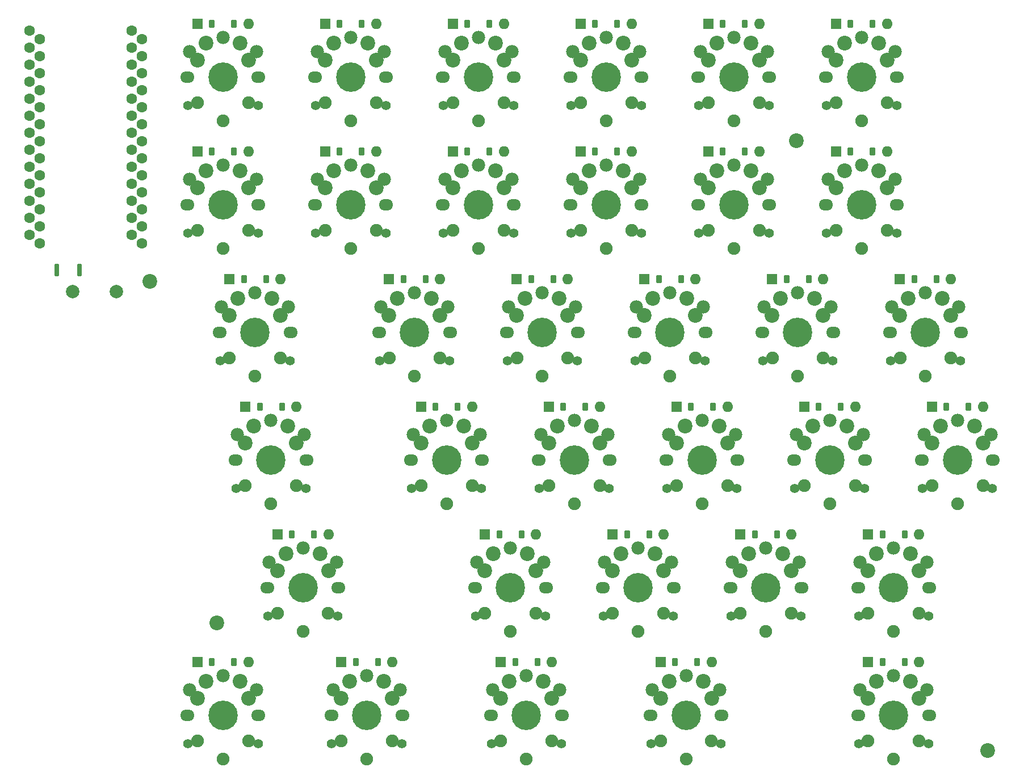
<source format=gbr>
%TF.GenerationSoftware,KiCad,Pcbnew,8.0.6*%
%TF.CreationDate,2025-05-11T12:33:19+09:00*%
%TF.ProjectId,65_split_left,36355f73-706c-4697-945f-6c6566742e6b,rev?*%
%TF.SameCoordinates,PX12f0318PYf8a778*%
%TF.FileFunction,Soldermask,Top*%
%TF.FilePolarity,Negative*%
%FSLAX46Y46*%
G04 Gerber Fmt 4.6, Leading zero omitted, Abs format (unit mm)*
G04 Created by KiCad (PCBNEW 8.0.6) date 2025-05-11 12:33:19*
%MOMM*%
%LPD*%
G01*
G04 APERTURE LIST*
G04 Aperture macros list*
%AMRoundRect*
0 Rectangle with rounded corners*
0 $1 Rounding radius*
0 $2 $3 $4 $5 $6 $7 $8 $9 X,Y pos of 4 corners*
0 Add a 4 corners polygon primitive as box body*
4,1,4,$2,$3,$4,$5,$6,$7,$8,$9,$2,$3,0*
0 Add four circle primitives for the rounded corners*
1,1,$1+$1,$2,$3*
1,1,$1+$1,$4,$5*
1,1,$1+$1,$6,$7*
1,1,$1+$1,$8,$9*
0 Add four rect primitives between the rounded corners*
20,1,$1+$1,$2,$3,$4,$5,0*
20,1,$1+$1,$4,$5,$6,$7,0*
20,1,$1+$1,$6,$7,$8,$9,0*
20,1,$1+$1,$8,$9,$2,$3,0*%
G04 Aperture macros list end*
%ADD10O,2.121800X1.701800*%
%ADD11C,4.400000*%
%ADD12C,2.200000*%
%ADD13C,1.970000*%
%ADD14C,1.900000*%
%ADD15R,1.600000X1.600000*%
%ADD16RoundRect,0.225000X-0.225000X-0.375000X0.225000X-0.375000X0.225000X0.375000X-0.225000X0.375000X0*%
%ADD17C,1.400000*%
%ADD18O,1.600000X1.600000*%
%ADD19C,2.000000*%
%ADD20C,1.600000*%
%ADD21RoundRect,0.170000X-0.170000X-0.780000X0.170000X-0.780000X0.170000X0.780000X-0.170000X0.780000X0*%
%ADD22C,0.700000*%
G04 APERTURE END LIST*
D10*
%TO.C,SW32*%
X72902750Y-104775000D03*
D11*
X78192750Y-104775000D03*
D10*
X83482750Y-104775000D03*
D12*
X75652750Y-99695000D03*
D13*
X78192750Y-98875000D03*
D14*
X78192750Y-111275000D03*
D12*
X80732750Y-99695000D03*
D15*
X74382750Y-96825000D03*
D16*
X76542750Y-96825000D03*
D17*
X72972750Y-108975000D03*
D13*
X73192750Y-100975000D03*
D12*
X74382750Y-102235000D03*
D14*
X74392750Y-108575000D03*
D16*
X79842750Y-96825000D03*
D14*
X81992750Y-108575000D03*
D18*
X82002750Y-96825000D03*
D12*
X82002750Y-102235000D03*
D13*
X83192750Y-100975000D03*
D17*
X83412750Y-108975000D03*
%TD*%
D10*
%TO.C,SW28*%
X108621500Y-85725000D03*
D11*
X113911500Y-85725000D03*
D10*
X119201500Y-85725000D03*
D12*
X111371500Y-80645000D03*
D13*
X113911500Y-79825000D03*
D14*
X113911500Y-92225000D03*
D12*
X116451500Y-80645000D03*
D15*
X110101500Y-77775000D03*
D16*
X112261500Y-77775000D03*
D17*
X108691500Y-89925000D03*
D13*
X108911500Y-81925000D03*
D12*
X110101500Y-83185000D03*
D14*
X110111500Y-89525000D03*
D16*
X115561500Y-77775000D03*
D14*
X117711500Y-89525000D03*
D18*
X117721500Y-77775000D03*
D12*
X117721500Y-83185000D03*
D13*
X118911500Y-81925000D03*
D17*
X119131500Y-89925000D03*
%TD*%
D10*
%TO.C,SW11*%
X103859000Y-28575000D03*
D11*
X109149000Y-28575000D03*
D10*
X114439000Y-28575000D03*
D12*
X106609000Y-23495000D03*
D13*
X109149000Y-22675000D03*
D14*
X109149000Y-35075000D03*
D12*
X111689000Y-23495000D03*
D15*
X105339000Y-20625000D03*
D16*
X107499000Y-20625000D03*
D17*
X103929000Y-32775000D03*
D13*
X104149000Y-24775000D03*
D12*
X105339000Y-26035000D03*
D14*
X105349000Y-32375000D03*
D16*
X110799000Y-20625000D03*
D14*
X112949000Y-32375000D03*
D18*
X112959000Y-20625000D03*
D12*
X112959000Y-26035000D03*
D13*
X114149000Y-24775000D03*
D17*
X114369000Y-32775000D03*
%TD*%
D10*
%TO.C,SW20*%
X60996500Y-66675000D03*
D11*
X66286500Y-66675000D03*
D10*
X71576500Y-66675000D03*
D12*
X63746500Y-61595000D03*
D13*
X66286500Y-60775000D03*
D14*
X66286500Y-73175000D03*
D12*
X68826500Y-61595000D03*
D15*
X62476500Y-58725000D03*
D16*
X64636500Y-58725000D03*
D17*
X61066500Y-70875000D03*
D13*
X61286500Y-62875000D03*
D12*
X62476500Y-64135000D03*
D14*
X62486500Y-70475000D03*
D16*
X67936500Y-58725000D03*
D14*
X70086500Y-70475000D03*
D18*
X70096500Y-58725000D03*
D12*
X70096500Y-64135000D03*
D13*
X71286500Y-62875000D03*
D17*
X71506500Y-70875000D03*
%TD*%
D10*
%TO.C,SW9*%
X65759000Y-28575000D03*
D11*
X71049000Y-28575000D03*
D10*
X76339000Y-28575000D03*
D12*
X68509000Y-23495000D03*
D13*
X71049000Y-22675000D03*
D14*
X71049000Y-35075000D03*
D12*
X73589000Y-23495000D03*
D15*
X67239000Y-20625000D03*
D16*
X69399000Y-20625000D03*
D17*
X65829000Y-32775000D03*
D13*
X66049000Y-24775000D03*
D12*
X67239000Y-26035000D03*
D14*
X67249000Y-32375000D03*
D16*
X72699000Y-20625000D03*
D14*
X74849000Y-32375000D03*
D18*
X74859000Y-20625000D03*
D12*
X74859000Y-26035000D03*
D13*
X76049000Y-24775000D03*
D17*
X76269000Y-32775000D03*
%TD*%
D10*
%TO.C,SW29*%
X127671500Y-85725000D03*
D11*
X132961500Y-85725000D03*
D10*
X138251500Y-85725000D03*
D12*
X130421500Y-80645000D03*
D13*
X132961500Y-79825000D03*
D14*
X132961500Y-92225000D03*
D12*
X135501500Y-80645000D03*
D15*
X129151500Y-77775000D03*
D16*
X131311500Y-77775000D03*
D17*
X127741500Y-89925000D03*
D13*
X127961500Y-81925000D03*
D12*
X129151500Y-83185000D03*
D14*
X129161500Y-89525000D03*
D16*
X134611500Y-77775000D03*
D14*
X136761500Y-89525000D03*
D18*
X136771500Y-77775000D03*
D12*
X136771500Y-83185000D03*
D13*
X137961500Y-81925000D03*
D17*
X138181500Y-89925000D03*
%TD*%
D10*
%TO.C,SW18*%
X132434000Y-47625000D03*
D11*
X137724000Y-47625000D03*
D10*
X143014000Y-47625000D03*
D12*
X135184000Y-42545000D03*
D13*
X137724000Y-41725000D03*
D14*
X137724000Y-54125000D03*
D12*
X140264000Y-42545000D03*
D15*
X133914000Y-39675000D03*
D16*
X136074000Y-39675000D03*
D17*
X132504000Y-51825000D03*
D13*
X132724000Y-43825000D03*
D12*
X133914000Y-45085000D03*
D14*
X133924000Y-51425000D03*
D16*
X139374000Y-39675000D03*
D14*
X141524000Y-51425000D03*
D18*
X141534000Y-39675000D03*
D12*
X141534000Y-45085000D03*
D13*
X142724000Y-43825000D03*
D17*
X142944000Y-51825000D03*
%TD*%
D10*
%TO.C,SW21*%
X80046500Y-66675000D03*
D11*
X85336500Y-66675000D03*
D10*
X90626500Y-66675000D03*
D12*
X82796500Y-61595000D03*
D13*
X85336500Y-60775000D03*
D14*
X85336500Y-73175000D03*
D12*
X87876500Y-61595000D03*
D15*
X81526500Y-58725000D03*
D16*
X83686500Y-58725000D03*
D17*
X80116500Y-70875000D03*
D13*
X80336500Y-62875000D03*
D12*
X81526500Y-64135000D03*
D14*
X81536500Y-70475000D03*
D16*
X86986500Y-58725000D03*
D14*
X89136500Y-70475000D03*
D18*
X89146500Y-58725000D03*
D12*
X89146500Y-64135000D03*
D13*
X90336500Y-62875000D03*
D17*
X90556500Y-70875000D03*
%TD*%
D19*
%TO.C,J2*%
X10500000Y-41500000D03*
%TD*%
D10*
%TO.C,SW3*%
X65759000Y-9525000D03*
D11*
X71049000Y-9525000D03*
D10*
X76339000Y-9525000D03*
D12*
X68509000Y-4445000D03*
D13*
X71049000Y-3625000D03*
D14*
X71049000Y-16025000D03*
D12*
X73589000Y-4445000D03*
D15*
X67239000Y-1575000D03*
D16*
X69399000Y-1575000D03*
D17*
X65829000Y-13725000D03*
D13*
X66049000Y-5725000D03*
D12*
X67239000Y-6985000D03*
D14*
X67249000Y-13325000D03*
D16*
X72699000Y-1575000D03*
D14*
X74849000Y-13325000D03*
D18*
X74859000Y-1575000D03*
D12*
X74859000Y-6985000D03*
D13*
X76049000Y-5725000D03*
D17*
X76269000Y-13725000D03*
%TD*%
D10*
%TO.C,SW34*%
X127671500Y-104775000D03*
D11*
X132961500Y-104775000D03*
D10*
X138251500Y-104775000D03*
D12*
X130421500Y-99695000D03*
D13*
X132961500Y-98875000D03*
D14*
X132961500Y-111275000D03*
D12*
X135501500Y-99695000D03*
D15*
X129151500Y-96825000D03*
D16*
X131311500Y-96825000D03*
D17*
X127741500Y-108975000D03*
D13*
X127961500Y-100975000D03*
D12*
X129151500Y-102235000D03*
D14*
X129161500Y-108575000D03*
D16*
X134611500Y-96825000D03*
D14*
X136761500Y-108575000D03*
D18*
X136771500Y-96825000D03*
D12*
X136771500Y-102235000D03*
D13*
X137961500Y-100975000D03*
D17*
X138181500Y-108975000D03*
%TD*%
D10*
%TO.C,SW14*%
X56234000Y-47625000D03*
D11*
X61524000Y-47625000D03*
D10*
X66814000Y-47625000D03*
D12*
X58984000Y-42545000D03*
D13*
X61524000Y-41725000D03*
D14*
X61524000Y-54125000D03*
D12*
X64064000Y-42545000D03*
D15*
X57714000Y-39675000D03*
D16*
X59874000Y-39675000D03*
D17*
X56304000Y-51825000D03*
D13*
X56524000Y-43825000D03*
D12*
X57714000Y-45085000D03*
D14*
X57724000Y-51425000D03*
D16*
X63174000Y-39675000D03*
D14*
X65324000Y-51425000D03*
D18*
X65334000Y-39675000D03*
D12*
X65334000Y-45085000D03*
D13*
X66524000Y-43825000D03*
D17*
X66744000Y-51825000D03*
%TD*%
D10*
%TO.C,SW10*%
X84809000Y-28575000D03*
D11*
X90099000Y-28575000D03*
D10*
X95389000Y-28575000D03*
D12*
X87559000Y-23495000D03*
D13*
X90099000Y-22675000D03*
D14*
X90099000Y-35075000D03*
D12*
X92639000Y-23495000D03*
D15*
X86289000Y-20625000D03*
D16*
X88449000Y-20625000D03*
D17*
X84879000Y-32775000D03*
D13*
X85099000Y-24775000D03*
D12*
X86289000Y-26035000D03*
D14*
X86299000Y-32375000D03*
D16*
X91749000Y-20625000D03*
D14*
X93899000Y-32375000D03*
D18*
X93909000Y-20625000D03*
D12*
X93909000Y-26035000D03*
D13*
X95099000Y-24775000D03*
D17*
X95319000Y-32775000D03*
%TD*%
D10*
%TO.C,SW15*%
X75284000Y-47625000D03*
D11*
X80574000Y-47625000D03*
D10*
X85864000Y-47625000D03*
D12*
X78034000Y-42545000D03*
D13*
X80574000Y-41725000D03*
D14*
X80574000Y-54125000D03*
D12*
X83114000Y-42545000D03*
D15*
X76764000Y-39675000D03*
D16*
X78924000Y-39675000D03*
D17*
X75354000Y-51825000D03*
D13*
X75574000Y-43825000D03*
D12*
X76764000Y-45085000D03*
D14*
X76774000Y-51425000D03*
D16*
X82224000Y-39675000D03*
D14*
X84374000Y-51425000D03*
D18*
X84384000Y-39675000D03*
D12*
X84384000Y-45085000D03*
D13*
X85574000Y-43825000D03*
D17*
X85794000Y-51825000D03*
%TD*%
D10*
%TO.C,SW27*%
X89571500Y-85725000D03*
D11*
X94861500Y-85725000D03*
D10*
X100151500Y-85725000D03*
D12*
X92321500Y-80645000D03*
D13*
X94861500Y-79825000D03*
D14*
X94861500Y-92225000D03*
D12*
X97401500Y-80645000D03*
D15*
X91051500Y-77775000D03*
D16*
X93211500Y-77775000D03*
D17*
X89641500Y-89925000D03*
D13*
X89861500Y-81925000D03*
D12*
X91051500Y-83185000D03*
D14*
X91061500Y-89525000D03*
D16*
X96511500Y-77775000D03*
D14*
X98661500Y-89525000D03*
D18*
X98671500Y-77775000D03*
D12*
X98671500Y-83185000D03*
D13*
X99861500Y-81925000D03*
D17*
X100081500Y-89925000D03*
%TD*%
D10*
%TO.C,SW8*%
X46709000Y-28575000D03*
D11*
X51999000Y-28575000D03*
D10*
X57289000Y-28575000D03*
D12*
X49459000Y-23495000D03*
D13*
X51999000Y-22675000D03*
D14*
X51999000Y-35075000D03*
D12*
X54539000Y-23495000D03*
D15*
X48189000Y-20625000D03*
D16*
X50349000Y-20625000D03*
D17*
X46779000Y-32775000D03*
D13*
X46999000Y-24775000D03*
D12*
X48189000Y-26035000D03*
D14*
X48199000Y-32375000D03*
D16*
X53649000Y-20625000D03*
D14*
X55799000Y-32375000D03*
D18*
X55809000Y-20625000D03*
D12*
X55809000Y-26035000D03*
D13*
X56999000Y-24775000D03*
D17*
X57219000Y-32775000D03*
%TD*%
D10*
%TO.C,SW33*%
X96715250Y-104775000D03*
D11*
X102005250Y-104775000D03*
D10*
X107295250Y-104775000D03*
D12*
X99465250Y-99695000D03*
D13*
X102005250Y-98875000D03*
D14*
X102005250Y-111275000D03*
D12*
X104545250Y-99695000D03*
D15*
X98195250Y-96825000D03*
D16*
X100355250Y-96825000D03*
D17*
X96785250Y-108975000D03*
D13*
X97005250Y-100975000D03*
D12*
X98195250Y-102235000D03*
D14*
X98205250Y-108575000D03*
D16*
X103655250Y-96825000D03*
D14*
X105805250Y-108575000D03*
D18*
X105815250Y-96825000D03*
D12*
X105815250Y-102235000D03*
D13*
X107005250Y-100975000D03*
D17*
X107225250Y-108975000D03*
%TD*%
D10*
%TO.C,SW30*%
X27659000Y-104775000D03*
D11*
X32949000Y-104775000D03*
D10*
X38239000Y-104775000D03*
D12*
X30409000Y-99695000D03*
D13*
X32949000Y-98875000D03*
D14*
X32949000Y-111275000D03*
D12*
X35489000Y-99695000D03*
D15*
X29139000Y-96825000D03*
D16*
X31299000Y-96825000D03*
D17*
X27729000Y-108975000D03*
D13*
X27949000Y-100975000D03*
D12*
X29139000Y-102235000D03*
D14*
X29149000Y-108575000D03*
D16*
X34599000Y-96825000D03*
D14*
X36749000Y-108575000D03*
D18*
X36759000Y-96825000D03*
D12*
X36759000Y-102235000D03*
D13*
X37949000Y-100975000D03*
D17*
X38169000Y-108975000D03*
%TD*%
D10*
%TO.C,SW4*%
X84809000Y-9525000D03*
D11*
X90099000Y-9525000D03*
D10*
X95389000Y-9525000D03*
D12*
X87559000Y-4445000D03*
D13*
X90099000Y-3625000D03*
D14*
X90099000Y-16025000D03*
D12*
X92639000Y-4445000D03*
D15*
X86289000Y-1575000D03*
D16*
X88449000Y-1575000D03*
D17*
X84879000Y-13725000D03*
D13*
X85099000Y-5725000D03*
D12*
X86289000Y-6985000D03*
D14*
X86299000Y-13325000D03*
D16*
X91749000Y-1575000D03*
D14*
X93899000Y-13325000D03*
D18*
X93909000Y-1575000D03*
D12*
X93909000Y-6985000D03*
D13*
X95099000Y-5725000D03*
D17*
X95319000Y-13725000D03*
%TD*%
D10*
%TO.C,SW25*%
X39565250Y-85725000D03*
D11*
X44855250Y-85725000D03*
D10*
X50145250Y-85725000D03*
D12*
X42315250Y-80645000D03*
D13*
X44855250Y-79825000D03*
D14*
X44855250Y-92225000D03*
D12*
X47395250Y-80645000D03*
D15*
X41045250Y-77775000D03*
D16*
X43205250Y-77775000D03*
D17*
X39635250Y-89925000D03*
D13*
X39855250Y-81925000D03*
D12*
X41045250Y-83185000D03*
D14*
X41055250Y-89525000D03*
D16*
X46505250Y-77775000D03*
D14*
X48655250Y-89525000D03*
D18*
X48665250Y-77775000D03*
D12*
X48665250Y-83185000D03*
D13*
X49855250Y-81925000D03*
D17*
X50075250Y-89925000D03*
%TD*%
D10*
%TO.C,SW17*%
X113384000Y-47625000D03*
D11*
X118674000Y-47625000D03*
D10*
X123964000Y-47625000D03*
D12*
X116134000Y-42545000D03*
D13*
X118674000Y-41725000D03*
D14*
X118674000Y-54125000D03*
D12*
X121214000Y-42545000D03*
D15*
X114864000Y-39675000D03*
D16*
X117024000Y-39675000D03*
D17*
X113454000Y-51825000D03*
D13*
X113674000Y-43825000D03*
D12*
X114864000Y-45085000D03*
D14*
X114874000Y-51425000D03*
D16*
X120324000Y-39675000D03*
D14*
X122474000Y-51425000D03*
D18*
X122484000Y-39675000D03*
D12*
X122484000Y-45085000D03*
D13*
X123674000Y-43825000D03*
D17*
X123894000Y-51825000D03*
%TD*%
D10*
%TO.C,SW26*%
X70521500Y-85725000D03*
D11*
X75811500Y-85725000D03*
D10*
X81101500Y-85725000D03*
D12*
X73271500Y-80645000D03*
D13*
X75811500Y-79825000D03*
D14*
X75811500Y-92225000D03*
D12*
X78351500Y-80645000D03*
D15*
X72001500Y-77775000D03*
D16*
X74161500Y-77775000D03*
D17*
X70591500Y-89925000D03*
D13*
X70811500Y-81925000D03*
D12*
X72001500Y-83185000D03*
D14*
X72011500Y-89525000D03*
D16*
X77461500Y-77775000D03*
D14*
X79611500Y-89525000D03*
D18*
X79621500Y-77775000D03*
D12*
X79621500Y-83185000D03*
D13*
X80811500Y-81925000D03*
D17*
X81031500Y-89925000D03*
%TD*%
D12*
%TO.C,H4*%
X32000000Y-91000000D03*
%TD*%
%TO.C,H3*%
X147000000Y-110000000D03*
%TD*%
D10*
%TO.C,SW12*%
X122909000Y-28575000D03*
D11*
X128199000Y-28575000D03*
D10*
X133489000Y-28575000D03*
D12*
X125659000Y-23495000D03*
D13*
X128199000Y-22675000D03*
D14*
X128199000Y-35075000D03*
D12*
X130739000Y-23495000D03*
D15*
X124389000Y-20625000D03*
D16*
X126549000Y-20625000D03*
D17*
X122979000Y-32775000D03*
D13*
X123199000Y-24775000D03*
D12*
X124389000Y-26035000D03*
D14*
X124399000Y-32375000D03*
D16*
X129849000Y-20625000D03*
D14*
X131999000Y-32375000D03*
D18*
X132009000Y-20625000D03*
D12*
X132009000Y-26035000D03*
D13*
X133199000Y-24775000D03*
D17*
X133419000Y-32775000D03*
%TD*%
D12*
%TO.C,H1*%
X22000000Y-40000000D03*
%TD*%
D10*
%TO.C,SW2*%
X46709000Y-9525000D03*
D11*
X51999000Y-9525000D03*
D10*
X57289000Y-9525000D03*
D12*
X49459000Y-4445000D03*
D13*
X51999000Y-3625000D03*
D14*
X51999000Y-16025000D03*
D12*
X54539000Y-4445000D03*
D15*
X48189000Y-1575000D03*
D16*
X50349000Y-1575000D03*
D17*
X46779000Y-13725000D03*
D13*
X46999000Y-5725000D03*
D12*
X48189000Y-6985000D03*
D14*
X48199000Y-13325000D03*
D16*
X53649000Y-1575000D03*
D14*
X55799000Y-13325000D03*
D18*
X55809000Y-1575000D03*
D12*
X55809000Y-6985000D03*
D13*
X56999000Y-5725000D03*
D17*
X57219000Y-13725000D03*
%TD*%
D10*
%TO.C,SW6*%
X122909000Y-9525000D03*
D11*
X128199000Y-9525000D03*
D10*
X133489000Y-9525000D03*
D12*
X125659000Y-4445000D03*
D13*
X128199000Y-3625000D03*
D14*
X128199000Y-16025000D03*
D12*
X130739000Y-4445000D03*
D15*
X124389000Y-1575000D03*
D16*
X126549000Y-1575000D03*
D17*
X122979000Y-13725000D03*
D13*
X123199000Y-5725000D03*
D12*
X124389000Y-6985000D03*
D14*
X124399000Y-13325000D03*
D16*
X129849000Y-1575000D03*
D14*
X131999000Y-13325000D03*
D18*
X132009000Y-1575000D03*
D12*
X132009000Y-6985000D03*
D13*
X133199000Y-5725000D03*
D17*
X133419000Y-13725000D03*
%TD*%
D10*
%TO.C,SW5*%
X103859000Y-9525000D03*
D11*
X109149000Y-9525000D03*
D10*
X114439000Y-9525000D03*
D12*
X106609000Y-4445000D03*
D13*
X109149000Y-3625000D03*
D14*
X109149000Y-16025000D03*
D12*
X111689000Y-4445000D03*
D15*
X105339000Y-1575000D03*
D16*
X107499000Y-1575000D03*
D17*
X103929000Y-13725000D03*
D13*
X104149000Y-5725000D03*
D12*
X105339000Y-6985000D03*
D14*
X105349000Y-13325000D03*
D16*
X110799000Y-1575000D03*
D14*
X112949000Y-13325000D03*
D18*
X112959000Y-1575000D03*
D12*
X112959000Y-6985000D03*
D13*
X114149000Y-5725000D03*
D17*
X114369000Y-13725000D03*
%TD*%
D10*
%TO.C,SW24*%
X137196500Y-66675000D03*
D11*
X142486500Y-66675000D03*
D10*
X147776500Y-66675000D03*
D12*
X139946500Y-61595000D03*
D13*
X142486500Y-60775000D03*
D14*
X142486500Y-73175000D03*
D12*
X145026500Y-61595000D03*
D15*
X138676500Y-58725000D03*
D16*
X140836500Y-58725000D03*
D17*
X137266500Y-70875000D03*
D13*
X137486500Y-62875000D03*
D12*
X138676500Y-64135000D03*
D14*
X138686500Y-70475000D03*
D16*
X144136500Y-58725000D03*
D14*
X146286500Y-70475000D03*
D18*
X146296500Y-58725000D03*
D12*
X146296500Y-64135000D03*
D13*
X147486500Y-62875000D03*
D17*
X147706500Y-70875000D03*
%TD*%
D20*
%TO.C,U1*%
X4120000Y-5080000D03*
X20884000Y-6349996D03*
X4120000Y-7620000D03*
X20884000Y-8889996D03*
X4120000Y-10160000D03*
X20884000Y-11429996D03*
X4120000Y-12700000D03*
X20884000Y-13969996D03*
X4120000Y-15240000D03*
X20884000Y-16509996D03*
X4120000Y-17780000D03*
X20884000Y-19049996D03*
X4120000Y-20320000D03*
X20884000Y-21589996D03*
X4120000Y-22860000D03*
X20884000Y-24129996D03*
X4120000Y-25400000D03*
X20884000Y-26669996D03*
X4120000Y-27940000D03*
X20884000Y-29209996D03*
X4120000Y-30480000D03*
X20884000Y-31749996D03*
X4120000Y-33020000D03*
X20884000Y-34289996D03*
X19360000Y-33020000D03*
X5644000Y-34289996D03*
X19360000Y-30480000D03*
X5644000Y-31749996D03*
X19360000Y-27940000D03*
X5644000Y-29209996D03*
X19360000Y-25400000D03*
X5644000Y-26669996D03*
X19360000Y-22860000D03*
X5644000Y-24129996D03*
X19360000Y-20320000D03*
X5644000Y-21589996D03*
X19360000Y-17780000D03*
X5644000Y-19049996D03*
X19360000Y-15240000D03*
X5644000Y-16509996D03*
X19360000Y-12700000D03*
X5644000Y-13969996D03*
X19360000Y-10160000D03*
X5644000Y-11429996D03*
X19360000Y-7620000D03*
X5644000Y-8889996D03*
X19360000Y-5080000D03*
X5644000Y-6349996D03*
X19360000Y-2540000D03*
X5644000Y-3809996D03*
X4120000Y-2540000D03*
X20884000Y-3810000D03*
%TD*%
D10*
%TO.C,SW31*%
X49090250Y-104775000D03*
D11*
X54380250Y-104775000D03*
D10*
X59670250Y-104775000D03*
D12*
X51840250Y-99695000D03*
D13*
X54380250Y-98875000D03*
D14*
X54380250Y-111275000D03*
D12*
X56920250Y-99695000D03*
D15*
X50570250Y-96825000D03*
D16*
X52730250Y-96825000D03*
D17*
X49160250Y-108975000D03*
D13*
X49380250Y-100975000D03*
D12*
X50570250Y-102235000D03*
D14*
X50580250Y-108575000D03*
D16*
X56030250Y-96825000D03*
D14*
X58180250Y-108575000D03*
D18*
X58190250Y-96825000D03*
D12*
X58190250Y-102235000D03*
D13*
X59380250Y-100975000D03*
D17*
X59600250Y-108975000D03*
%TD*%
D10*
%TO.C,SW22*%
X99096500Y-66675000D03*
D11*
X104386500Y-66675000D03*
D10*
X109676500Y-66675000D03*
D12*
X101846500Y-61595000D03*
D13*
X104386500Y-60775000D03*
D14*
X104386500Y-73175000D03*
D12*
X106926500Y-61595000D03*
D15*
X100576500Y-58725000D03*
D16*
X102736500Y-58725000D03*
D17*
X99166500Y-70875000D03*
D13*
X99386500Y-62875000D03*
D12*
X100576500Y-64135000D03*
D14*
X100586500Y-70475000D03*
D16*
X106036500Y-58725000D03*
D14*
X108186500Y-70475000D03*
D18*
X108196500Y-58725000D03*
D12*
X108196500Y-64135000D03*
D13*
X109386500Y-62875000D03*
D17*
X109606500Y-70875000D03*
%TD*%
D10*
%TO.C,SW1*%
X27659000Y-9525000D03*
D11*
X32949000Y-9525000D03*
D10*
X38239000Y-9525000D03*
D12*
X30409000Y-4445000D03*
D13*
X32949000Y-3625000D03*
D14*
X32949000Y-16025000D03*
D12*
X35489000Y-4445000D03*
D15*
X29139000Y-1575000D03*
D16*
X31299000Y-1575000D03*
D17*
X27729000Y-13725000D03*
D13*
X27949000Y-5725000D03*
D12*
X29139000Y-6985000D03*
D14*
X29149000Y-13325000D03*
D16*
X34599000Y-1575000D03*
D14*
X36749000Y-13325000D03*
D18*
X36759000Y-1575000D03*
D12*
X36759000Y-6985000D03*
D13*
X37949000Y-5725000D03*
D17*
X38169000Y-13725000D03*
%TD*%
D10*
%TO.C,SW13*%
X32421500Y-47625000D03*
D11*
X37711500Y-47625000D03*
D10*
X43001500Y-47625000D03*
D12*
X35171500Y-42545000D03*
D13*
X37711500Y-41725000D03*
D14*
X37711500Y-54125000D03*
D12*
X40251500Y-42545000D03*
D15*
X33901500Y-39675000D03*
D16*
X36061500Y-39675000D03*
D17*
X32491500Y-51825000D03*
D13*
X32711500Y-43825000D03*
D12*
X33901500Y-45085000D03*
D14*
X33911500Y-51425000D03*
D16*
X39361500Y-39675000D03*
D14*
X41511500Y-51425000D03*
D18*
X41521500Y-39675000D03*
D12*
X41521500Y-45085000D03*
D13*
X42711500Y-43825000D03*
D17*
X42931500Y-51825000D03*
%TD*%
D19*
%TO.C,J1*%
X17000000Y-41500000D03*
%TD*%
D10*
%TO.C,SW16*%
X94334000Y-47625000D03*
D11*
X99624000Y-47625000D03*
D10*
X104914000Y-47625000D03*
D12*
X97084000Y-42545000D03*
D13*
X99624000Y-41725000D03*
D14*
X99624000Y-54125000D03*
D12*
X102164000Y-42545000D03*
D15*
X95814000Y-39675000D03*
D16*
X97974000Y-39675000D03*
D17*
X94404000Y-51825000D03*
D13*
X94624000Y-43825000D03*
D12*
X95814000Y-45085000D03*
D14*
X95824000Y-51425000D03*
D16*
X101274000Y-39675000D03*
D14*
X103424000Y-51425000D03*
D18*
X103434000Y-39675000D03*
D12*
X103434000Y-45085000D03*
D13*
X104624000Y-43825000D03*
D17*
X104844000Y-51825000D03*
%TD*%
D10*
%TO.C,SW23*%
X118146500Y-66675000D03*
D11*
X123436500Y-66675000D03*
D10*
X128726500Y-66675000D03*
D12*
X120896500Y-61595000D03*
D13*
X123436500Y-60775000D03*
D14*
X123436500Y-73175000D03*
D12*
X125976500Y-61595000D03*
D15*
X119626500Y-58725000D03*
D16*
X121786500Y-58725000D03*
D17*
X118216500Y-70875000D03*
D13*
X118436500Y-62875000D03*
D12*
X119626500Y-64135000D03*
D14*
X119636500Y-70475000D03*
D16*
X125086500Y-58725000D03*
D14*
X127236500Y-70475000D03*
D18*
X127246500Y-58725000D03*
D12*
X127246500Y-64135000D03*
D13*
X128436500Y-62875000D03*
D17*
X128656500Y-70875000D03*
%TD*%
D12*
%TO.C,H2*%
X118500000Y-19000000D03*
%TD*%
D10*
%TO.C,SW19*%
X34802750Y-66675000D03*
D11*
X40092750Y-66675000D03*
D10*
X45382750Y-66675000D03*
D12*
X37552750Y-61595000D03*
D13*
X40092750Y-60775000D03*
D14*
X40092750Y-73175000D03*
D12*
X42632750Y-61595000D03*
D15*
X36282750Y-58725000D03*
D16*
X38442750Y-58725000D03*
D17*
X34872750Y-70875000D03*
D13*
X35092750Y-62875000D03*
D12*
X36282750Y-64135000D03*
D14*
X36292750Y-70475000D03*
D16*
X41742750Y-58725000D03*
D14*
X43892750Y-70475000D03*
D18*
X43902750Y-58725000D03*
D12*
X43902750Y-64135000D03*
D13*
X45092750Y-62875000D03*
D17*
X45312750Y-70875000D03*
%TD*%
D10*
%TO.C,SW7*%
X27659000Y-28575000D03*
D11*
X32949000Y-28575000D03*
D10*
X38239000Y-28575000D03*
D12*
X30409000Y-23495000D03*
D13*
X32949000Y-22675000D03*
D14*
X32949000Y-35075000D03*
D12*
X35489000Y-23495000D03*
D15*
X29139000Y-20625000D03*
D16*
X31299000Y-20625000D03*
D17*
X27729000Y-32775000D03*
D13*
X27949000Y-24775000D03*
D12*
X29139000Y-26035000D03*
D14*
X29149000Y-32375000D03*
D16*
X34599000Y-20625000D03*
D14*
X36749000Y-32375000D03*
D18*
X36759000Y-20625000D03*
D12*
X36759000Y-26035000D03*
D13*
X37949000Y-24775000D03*
D17*
X38169000Y-32775000D03*
%TD*%
D21*
%TO.C,SW37*%
X8135000Y-38305000D03*
D22*
X8135000Y-38305000D03*
D21*
X11535000Y-38305000D03*
D22*
X11535000Y-38305000D03*
%TD*%
M02*

</source>
